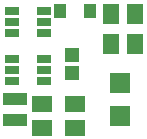
<source format=gts>
G04 ---------------------------- Layer name :TOP SOLDER LAYER*
G04 EasyEDA v5.4.12, Wed, 30 May 2018 18:18:05 GMT*
G04 5ddd2809abea4f13a97f4610e2c86d9f*
G04 Gerber Generator version 0.2*
G04 Scale: 100 percent, Rotated: No, Reflected: No *
G04 Dimensions in inches *
G04 leading zeros omitted , absolute positions ,2 integer and 4 decimal *
%FSLAX24Y24*%
%MOIN*%
G90*
G70D02*

%ADD14R,0.047370X0.029654*%
%ADD15R,0.039496X0.047370*%
%ADD16R,0.078900X0.039500*%
%ADD17R,0.051307X0.047370*%
%ADD18R,0.053670X0.065870*%
%ADD19R,0.065870X0.053670*%
%ADD20R,0.070000X0.070000*%

%LPD*%
G54D20*
G01X4200Y2000D03*
G01X4200Y900D03*
G54D14*
G01X600Y4400D03*
G01X600Y4026D03*
G01X600Y3651D03*
G01X1663Y3651D03*
G01X1663Y4400D03*
G01X1663Y4026D03*
G01X600Y2800D03*
G01X600Y2426D03*
G01X600Y2051D03*
G01X1663Y2051D03*
G01X1663Y2800D03*
G01X1663Y2426D03*
G54D15*
G01X2200Y4400D03*
G01X3200Y4400D03*
G54D16*
G01X700Y1450D03*
G01X700Y750D03*
G54D17*
G01X2600Y2305D03*
G01X2600Y2935D03*
G54D18*
G01X3900Y4299D03*
G01X4700Y4299D03*
G01X3900Y3299D03*
G01X4700Y3299D03*
G54D19*
G01X2700Y500D03*
G01X2700Y1300D03*
G01X1600Y500D03*
G01X1600Y1300D03*
M00*
M02*

</source>
